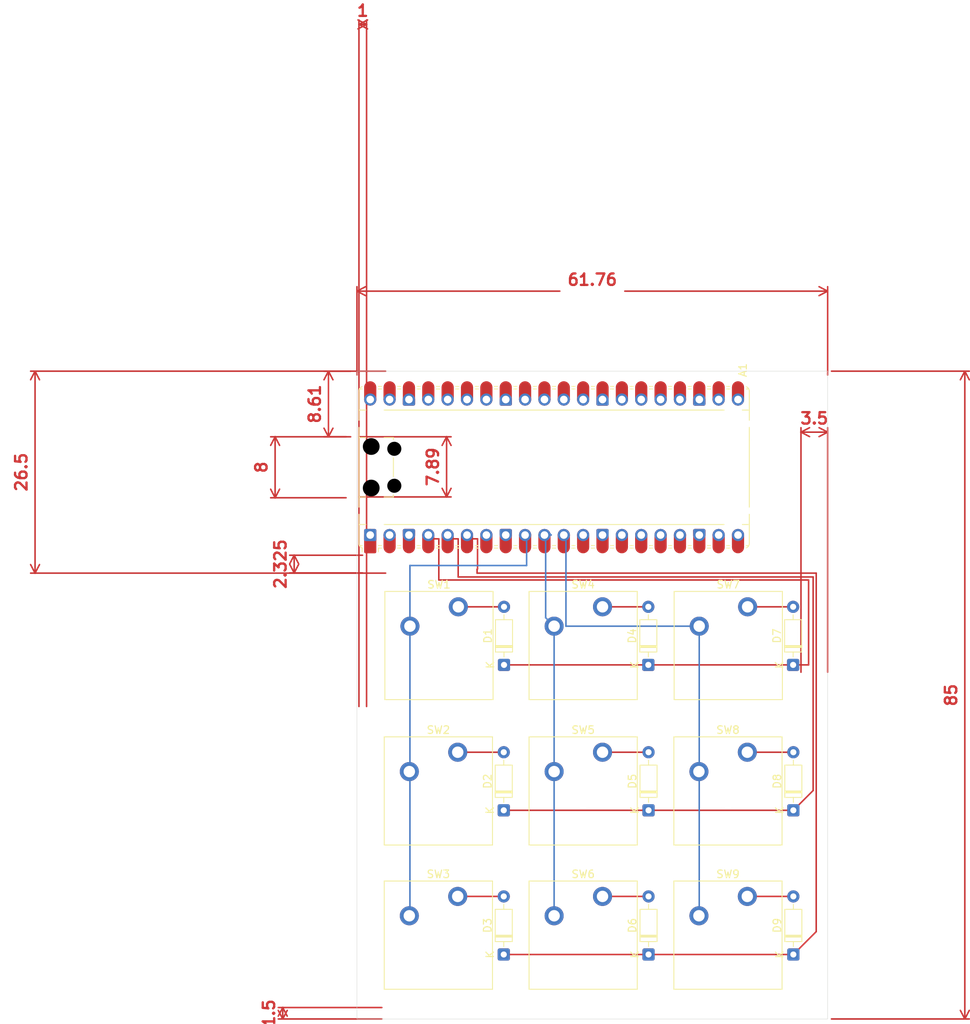
<source format=kicad_pcb>
(kicad_pcb (version 20241229) (generator "pcbnew") (generator_version "9.0")
  (layers (0 "F.Cu" signal) (2 "B.Cu" signal) (13 "F.Paste" user) (15 "B.Paste" user) (5 "F.SilkS" user "F.Silkscreen") (7 "B.SilkS" user "B.Silkscreen") (1 "F.Mask" user) (3 "B.Mask" user) (25 "Edge.Cuts" user))
  (net 0 "")
  (net 5 "Net-(A1-GND-Pad13)")
  (net 15 "Net-(A1-GPIO7)")
  (net 29 "Net-(D1-A)")
  (net 30 "Net-(D2-A)")
  (net 31 "Net-(D3-A)")
  (net 32 "Net-(D4-A)")
  (net 33 "Net-(D5-A)")
  (net 34 "Net-(D6-A)")
  (net 35 "Net-(D7-A)")
  (net 36 "Net-(D8-A)")
  (net 37 "Net-(D9-A)")
  (net 38 "Net-(A1-GPIO4)")
  (net 39 "Net-(A1-GPIO8)")
  (net 40 "Net-(A1-GPIO3)")
  (net 42 "Net-(A1-GPIO2)")
  (net 43 "Net-(A1-GPIO6)")
  (footprint "ScottoKeebs_MX:MX_PCB_1.00u" (layer "F.Cu") (at 122 65)
    (property "Reference" "SW1" (at 0 -8 0) (layer "F.SilkS"))
    (property "Value" "Switch")
    (pad "" np_thru_hole circle (at -5.08 0) (size 1.75 1.75) (drill 1.75) (layers "*.Cu" "*.Mask"))
    (pad "" np_thru_hole circle (at 0 0) (size 4 4) (drill 4) (layers "*.Cu" "*.Mask"))
    (pad "" np_thru_hole circle (at 5.08 0) (size 1.75 1.75) (drill 1.75) (layers "*.Cu" "*.Mask"))
    (pad "1" thru_hole circle (at -3.81 -2.54) (size 2.5 2.5) (drill 1.5) (layers "*.Cu" "*.Mask") (net 43 "Net-(A1-GPIO6)"))
    (pad "2" thru_hole circle (at 2.54 -5.08) (size 2.5 2.5) (drill 1.5) (layers "*.Cu" "*.Mask") (net 29 "Net-(D1-A)"))
  )
  (footprint "ScottoKeebs_MX:MX_PCB_1.00u" (layer "F.Cu") (at 159.92 103)
    (property "Reference" "SW9" (at 0 -8 0) (layer "F.SilkS"))
    (property "Value" "Switch")
    (pad "" np_thru_hole circle (at -5.08 0) (size 1.75 1.75) (drill 1.75) (layers "*.Cu" "*.Mask"))
    (pad "" np_thru_hole circle (at 0 0) (size 4 4) (drill 4) (layers "*.Cu" "*.Mask"))
    (pad "" np_thru_hole circle (at 5.08 0) (size 1.75 1.75) (drill 1.75) (layers "*.Cu" "*.Mask"))
    (pad "1" thru_hole circle (at -3.81 -2.54) (size 2.5 2.5) (drill 1.5) (layers "*.Cu" "*.Mask") (net 39 "Net-(A1-GPIO8)"))
    (pad "2" thru_hole circle (at 2.54 -5.08) (size 2.5 2.5) (drill 1.5) (layers "*.Cu" "*.Mask") (net 37 "Net-(D9-A)"))
  )
  (footprint "ScottoKeebs_MX:MX_PCB_1.00u" (layer "F.Cu") (at 140.92 103)
    (property "Reference" "SW6" (at 0 -8 0) (layer "F.SilkS"))
    (property "Value" "Switch")
    (pad "" np_thru_hole circle (at -5.08 0) (size 1.75 1.75) (drill 1.75) (layers "*.Cu" "*.Mask"))
    (pad "" np_thru_hole circle (at 0 0) (size 4 4) (drill 4) (layers "*.Cu" "*.Mask"))
    (pad "" np_thru_hole circle (at 5.08 0) (size 1.75 1.75) (drill 1.75) (layers "*.Cu" "*.Mask"))
    (pad "1" thru_hole circle (at -3.81 -2.54) (size 2.5 2.5) (drill 1.5) (layers "*.Cu" "*.Mask") (net 15 "Net-(A1-GPIO7)"))
    (pad "2" thru_hole circle (at 2.54 -5.08) (size 2.5 2.5) (drill 1.5) (layers "*.Cu" "*.Mask") (net 34 "Net-(D6-A)"))
  )
  (footprint "Diode_THT:D_DO-35_SOD27_P7.62mm_Horizontal" (layer "F.Cu") (at 149.5 105.54 90)
    (property "Reference" "D6" (at 3.81 -2.12 90) (layer "F.SilkS"))
    (property "Value" "1N4148")
    (fp_text user "K" (at 0 -1.8 90) (layer "F.SilkS"))
    (pad "1" thru_hole roundrect (at 0 0 90) (size 1.6 1.6) (drill 0.8) (layers "*.Cu" "*.Mask") (roundrect_rratio 0.15625) (net 38 "Net-(A1-GPIO4)"))
    (pad "2" thru_hole circle (at 7.62 0 90) (size 1.6 1.6) (drill 0.8) (layers "*.Cu" "*.Mask") (net 34 "Net-(D6-A)"))
  )
  (footprint "ScottoKeebs_MX:MX_PCB_1.00u" (layer "F.Cu") (at 159.92 84.08)
    (property "Reference" "SW8" (at 0 -8 0) (layer "F.SilkS"))
    (property "Value" "Switch")
    (pad "" np_thru_hole circle (at -5.08 0) (size 1.75 1.75) (drill 1.75) (layers "*.Cu" "*.Mask"))
    (pad "" np_thru_hole circle (at 0 0) (size 4 4) (drill 4) (layers "*.Cu" "*.Mask"))
    (pad "" np_thru_hole circle (at 5.08 0) (size 1.75 1.75) (drill 1.75) (layers "*.Cu" "*.Mask"))
    (pad "1" thru_hole circle (at -3.81 -2.54) (size 2.5 2.5) (drill 1.5) (layers "*.Cu" "*.Mask") (net 39 "Net-(A1-GPIO8)"))
    (pad "2" thru_hole circle (at 2.54 -5.08) (size 2.5 2.5) (drill 1.5) (layers "*.Cu" "*.Mask") (net 36 "Net-(D8-A)"))
  )
  (footprint "Diode_THT:D_DO-35_SOD27_P7.62mm_Horizontal" (layer "F.Cu") (at 149.470596 67.54 90)
    (property "Reference" "D4" (at 3.81 -2.12 90) (layer "F.SilkS"))
    (property "Value" "1N4148")
    (fp_text user "K" (at 0 -1.8 90) (layer "F.SilkS"))
    (pad "1" thru_hole roundrect (at 0 0 90) (size 1.6 1.6) (drill 0.8) (layers "*.Cu" "*.Mask") (roundrect_rratio 0.15625) (net 42 "Net-(A1-GPIO2)"))
    (pad "2" thru_hole circle (at 7.62 0 90) (size 1.6 1.6) (drill 0.8) (layers "*.Cu" "*.Mask") (net 32 "Net-(D4-A)"))
  )
  (footprint "Diode_THT:D_DO-35_SOD27_P7.62mm_Horizontal" (layer "F.Cu") (at 130.534693 67.54 90)
    (property "Reference" "D1" (at 3.81 -2.12 90) (layer "F.SilkS"))
    (property "Value" "1N4148")
    (fp_text user "K" (at 0 -1.8 90) (layer "F.SilkS"))
    (pad "1" thru_hole roundrect (at 0 0 90) (size 1.6 1.6) (drill 0.8) (layers "*.Cu" "*.Mask") (roundrect_rratio 0.15625) (net 42 "Net-(A1-GPIO2)"))
    (pad "2" thru_hole circle (at 7.62 0 90) (size 1.6 1.6) (drill 0.8) (layers "*.Cu" "*.Mask") (net 29 "Net-(D1-A)"))
  )
  (footprint "ScottoKeebs_MX:MX_PCB_1.00u" (layer "F.Cu") (at 140.92 84.08)
    (property "Reference" "SW5" (at 0 -8 0) (layer "F.SilkS"))
    (property "Value" "Switch")
    (pad "" np_thru_hole circle (at -5.08 0) (size 1.75 1.75) (drill 1.75) (layers "*.Cu" "*.Mask"))
    (pad "" np_thru_hole circle (at 0 0) (size 4 4) (drill 4) (layers "*.Cu" "*.Mask"))
    (pad "" np_thru_hole circle (at 5.08 0) (size 1.75 1.75) (drill 1.75) (layers "*.Cu" "*.Mask"))
    (pad "1" thru_hole circle (at -3.81 -2.54) (size 2.5 2.5) (drill 1.5) (layers "*.Cu" "*.Mask") (net 15 "Net-(A1-GPIO7)"))
    (pad "2" thru_hole circle (at 2.54 -5.08) (size 2.5 2.5) (drill 1.5) (layers "*.Cu" "*.Mask") (net 33 "Net-(D5-A)"))
  )
  (footprint "Module:RaspberryPi_Pico_Common_Unspecified" (layer "F.Cu") (at 137.11 41.61 90)
    (property "Reference" "A1" (at 11.7475 24.765 90) (layer "F.SilkS") (effects (justify left)))
    (property "Value" "RaspberryPi_Pico")
    (pad "" np_thru_hole circle (at -2.725 -24 90) (size 2.2 2.2) (drill 2.2) (layers "*.Mask"))
    (pad "" np_thru_hole circle (at -2.425 -20.97 90) (size 1.85 1.85) (drill 1.85) (layers "*.Mask"))
    (pad "" np_thru_hole circle (at 2.425 -20.97 90) (size 1.85 1.85) (drill 1.85) (layers "*.Mask"))
    (pad "" np_thru_hole circle (at 2.725 -24 90) (size 2.2 2.2) (drill 2.2) (layers "*.Mask"))
    (pad "1" smd custom (at -9.69 -24.13 90) (size 1.6 0.8) (layers "F.Cu" "F.Mask") (options (clearance outline) (anchor rect)) (primitives (gr_circle (center 0.8 0) (end 1.6 0) (width 0) (fill yes)) (gr_poly (pts (xy -1.6 -0.6) (xy -1.6 0.6) (xy -1.4 0.8) (xy 0.8 0.8) (xy 0.8 -0.8) (xy -1.4 -0.8)) (width 0) (fill yes)) (gr_circle (center -1.4 -0.6) (end -1.2 -0.6) (width 0) (fill yes)) (gr_circle (center -1.4 0.6) (end -1.2 0.6) (width 0) (fill yes))))
    (pad "1" thru_hole roundrect (at -8.89 -24.13 90) (size 1.6 1.6) (drill 1) (layers "*.Cu" "*.Mask") (roundrect_rratio 0.125))
    (pad "2" smd roundrect (at -9.69 -21.59 90) (size 3.2 1.6) (layers "F.Cu" "F.Mask") (roundrect_rratio 0.5))
    (pad "2" thru_hole circle (at -8.89 -21.59 90) (size 1.6 1.6) (drill 1) (layers "*.Cu" "*.Mask"))
    (pad "3" smd custom (at -9.69 -19.05 90) (size 1.6 0.8) (layers "F.Cu" "F.Mask") (net 5 "Net-(A1-GND-Pad13)") (options (clearance outline) (anchor rect)) (primitives (gr_circle (center -0.8 0) (end 0 0) (width 0) (fill yes)) (gr_poly (pts (xy 1.6 -0.6) (xy 1.6 0.6) (xy 1.4 0.8) (xy -0.8 0.8) (xy -0.8 -0.8) (xy 1.4 -0.8)) (width 0) (fill yes)) (gr_circle (center 1.4 -0.6) (end 1.6 -0.6) (width 0) (fill yes)) (gr_circle (center 1.4 0.6) (end 1.6 0.6) (width 0) (fill yes))))
    (pad "3" thru_hole custom (at -8.89 -19.05 90) (size 1.6 1.6) (drill 1) (layers "*.Cu" "*.Mask") (net 5 "Net-(A1-GND-Pad13)") (options (clearance outline) (anchor circle)) (primitives (gr_poly (pts (xy 0.8 0.6) (xy 0.8 -0.6) (xy 0.6 -0.8) (xy 0 -0.8) (xy 0 0.8) (xy 0.6 0.8)) (width 0) (fill yes)) (gr_circle (center 0.6 0.6) (end 0.8 0.6) (width 0) (fill yes)) (gr_circle (center 0.6 -0.6) (end 0.8 -0.6) (width 0) (fill yes))))
    (pad "4" smd roundrect (at -9.69 -16.51 90) (size 3.2 1.6) (layers "F.Cu" "F.Mask") (roundrect_rratio 0.5) (net 42 "Net-(A1-GPIO2)"))
    (pad "4" thru_hole circle (at -8.89 -16.51 90) (size 1.6 1.6) (drill 1) (layers "*.Cu" "*.Mask") (net 42 "Net-(A1-GPIO2)"))
    (pad "5" smd roundrect (at -9.69 -13.97 90) (size 3.2 1.6) (layers "F.Cu" "F.Mask") (roundrect_rratio 0.5) (net 40 "Net-(A1-GPIO3)"))
    (pad "5" thru_hole circle (at -8.89 -13.97 90) (size 1.6 1.6) (drill 1) (layers "*.Cu" "*.Mask") (net 40 "Net-(A1-GPIO3)"))
    (pad "6" smd roundrect (at -9.69 -11.43 90) (size 3.2 1.6) (layers "F.Cu" "F.Mask") (roundrect_rratio 0.5) (net 38 "Net-(A1-GPIO4)"))
    (pad "6" thru_hole circle (at -8.89 -11.43 90) (size 1.6 1.6) (drill 1) (layers "*.Cu" "*.Mask") (net 38 "Net-(A1-GPIO4)"))
    (pad "7" smd roundrect (at -9.69 -8.89 90) (size 3.2 1.6) (layers "F.Cu" "F.Mask") (roundrect_rratio 0.5))
    (pad "7" thru_hole circle (at -8.89 -8.89 90) (size 1.6 1.6) (drill 1) (layers "*.Cu" "*.Mask"))
    (pad "8" smd custom (at -9.69 -6.35 90) (size 1.6 0.8) (layers "F.Cu" "F.Mask") (net 5 "Net-(A1-GND-Pad13)") (options (clearance outline) (anchor rect)) (primitives (gr_circle (center -0.8 0) (end 0 0) (width 0) (fill yes)) (gr_poly (pts (xy 1.6 -0.6) (xy 1.6 0.6) (xy 1.4 0.8) (xy -0.8 0.8) (xy -0.8 -0.8) (xy 1.4 -0.8)) (width 0) (fill yes)) (gr_circle (center 1.4 -0.6) (end 1.6 -0.6) (width 0) (fill yes)) (gr_circle (center 1.4 0.6) (end 1.6 0.6) (width 0) (fill yes))))
    (pad "8" thru_hole custom (at -8.89 -6.35 90) (size 1.6 1.6) (drill 1) (layers "*.Cu" "*.Mask") (net 5 "Net-(A1-GND-Pad13)") (options (clearance outline) (anchor circle)) (primitives (gr_poly (pts (xy 0.8 0.6) (xy 0.8 -0.6) (xy 0.6 -0.8) (xy 0 -0.8) (xy 0 0.8) (xy 0.6 0.8)) (width 0) (fill yes)) (gr_circle (center 0.6 0.6) (end 0.8 0.6) (width 0) (fill yes)) (gr_circle (center 0.6 -0.6) (end 0.8 -0.6) (width 0) (fill yes))))
    (pad "9" smd roundrect (at -9.69 -3.81 90) (size 3.2 1.6) (layers "F.Cu" "F.Mask") (roundrect_rratio 0.5) (net 43 "Net-(A1-GPIO6)"))
    (pad "9" thru_hole circle (at -8.89 -3.81 90) (size 1.6 1.6) (drill 1) (layers "*.Cu" "*.Mask") (net 43 "Net-(A1-GPIO6)"))
    (pad "10" smd roundrect (at -9.69 -1.27 90) (size 3.2 1.6) (layers "F.Cu" "F.Mask") (roundrect_rratio 0.5) (net 15 "Net-(A1-GPIO7)"))
    (pad "10" thru_hole circle (at -8.89 -1.27 90) (size 1.6 1.6) (drill 1) (layers "*.Cu" "*.Mask") (net 15 "Net-(A1-GPIO7)"))
    (pad "11" smd roundrect (at -9.69 1.27 90) (size 3.2 1.6) (layers "F.Cu" "F.Mask") (roundrect_rratio 0.5) (net 39 "Net-(A1-GPIO8)"))
    (pad "11" thru_hole circle (at -8.89 1.27 90) (size 1.6 1.6) (drill 1) (layers "*.Cu" "*.Mask") (net 39 "Net-(A1-GPIO8)"))
    (pad "12" smd roundrect (at -9.69 3.81 90) (size 3.2 1.6) (layers "F.Cu" "F.Mask") (roundrect_rratio 0.5))
    (pad "12" thru_hole circle (at -8.89 3.81 90) (size 1.6 1.6) (drill 1) (layers "*.Cu" "*.Mask"))
    (pad "13" smd custom (at -9.69 6.35 90) (size 1.6 0.8) (layers "F.Cu" "F.Mask") (net 5 "Net-(A1-GND-Pad13)") (options (clearance outline) (anchor rect)) (primitives (gr_circle (center -0.8 0) (end 0 0) (width 0) (fill yes)) (gr_poly (pts (xy 1.6 -0.6) (xy 1.6 0.6) (xy 1.4 0.8) (xy -0.8 0.8) (xy -0.8 -0.8) (xy 1.4 -0.8)) (width 0) (fill yes)) (gr_circle (center 1.4 -0.6) (end 1.6 -0.6) (width 0) (fill yes)) (gr_circle (center 1.4 0.6) (end 1.6 0.6) (width 0) (fill yes))))
    (pad "13" thru_hole custom (at -8.89 6.35 90) (size 1.6 1.6) (drill 1) (layers "*.Cu" "*.Mask") (net 5 "Net-(A1-GND-Pad13)") (options (clearance outline) (anchor circle)) (primitives (gr_poly (pts (xy 0.8 0.6) (xy 0.8 -0.6) (xy 0.6 -0.8) (xy 0 -0.8) (xy 0 0.8) (xy 0.6 0.8)) (width 0) (fill yes)) (gr_circle (center 0.6 0.6) (end 0.8 0.6) (width 0) (fill yes)) (gr_circle (center 0.6 -0.6) (end 0.8 -0.6) (width 0) (fill yes))))
    (pad "14" smd roundrect (at -9.69 8.89 90) (size 3.2 1.6) (layers "F.Cu" "F.Mask") (roundrect_rratio 0.5))
    (pad "14" thru_hole circle (at -8.89 8.89 90) (size 1.6 1.6) (drill 1) (layers "*.Cu" "*.Mask"))
    (pad "15" smd roundrect (at -9.69 11.43 90) (size 3.2 1.6) (layers "F.Cu" "F.Mask") (roundrect_rratio 0.5))
    (pad "15" thru_hole circle (at -8.89 11.43 90) (size 1.6 1.6) (drill 1) (layers "*.Cu" "*.Mask"))
    (pad "16" smd roundrect (at -9.69 13.97 90) (size 3.2 1.6) (layers "F.Cu" "F.Mask") (roundrect_rratio 0.5))
    (pad "16" thru_hole circle (at -8.89 13.97 90) (size 1.6 1.6) (drill 1) (layers "*.Cu" "*.Mask"))
    (pad "17" smd roundrect (at -9.69 16.51 90) (size 3.2 1.6) (layers "F.Cu" "F.Mask") (roundrect_rratio 0.5))
    (pad "17" thru_hole circle (at -8.89 16.51 90) (size 1.6 1.6) (drill 1) (layers "*.Cu" "*.Mask"))
    (pad "18" smd custom (at -9.69 19.05 90) (size 1.6 0.8) (layers "F.Cu" "F.Mask") (net 5 "Net-(A1-GND-Pad13)") (options (clearance outline) (anchor rect)) (primitives (gr_circle (center -0.8 0) (end 0 0) (width 0) (fill yes)) (gr_poly (pts (xy 1.6 -0.6) (xy 1.6 0.6) (xy 1.4 0.8) (xy -0.8 0.8) (xy -0.8 -0.8) (xy 1.4 -0.8)) (width 0) (fill yes)) (gr_circle (center 1.4 -0.6) (end 1.6 -0.6) (width 0) (fill yes)) (gr_circle (center 1.4 0.6) (end 1.6 0.6) (width 0) (fill yes))))
    (pad "18" thru_hole custom (at -8.89 19.05 90) (size 1.6 1.6) (drill 1) (layers "*.Cu" "*.Mask") (net 5 "Net-(A1-GND-Pad13)") (options (clearance outline) (anchor circle)) (primitives (gr_poly (pts (xy 0.8 0.6) (xy 0.8 -0.6) (xy 0.6 -0.8) (xy 0 -0.8) (xy 0 0.8) (xy 0.6 0.8)) (width 0) (fill yes)) (gr_circle (center 0.6 0.6) (end 0.8 0.6) (width 0) (fill yes)) (gr_circle (center 0.6 -0.6) (end 0.8 -0.6) (width 0) (fill yes))))
    (pad "19" smd roundrect (at -9.69 21.59 90) (size 3.2 1.6) (layers "F.Cu" "F.Mask") (roundrect_rratio 0.5))
    (pad "19" thru_hole circle (at -8.89 21.59 90) (size 1.6 1.6) (drill 1) (layers "*.Cu" "*.Mask"))
    (pad "20" smd roundrect (at -9.69 24.13 90) (size 3.2 1.6) (layers "F.Cu" "F.Mask") (roundrect_rratio 0.5))
    (pad "20" thru_hole circle (at -8.89 24.13 90) (size 1.6 1.6) (drill 1) (layers "*.Cu" "*.Mask"))
    (pad "21" thru_hole circle (at 8.89 24.13 90) (size 1.6 1.6) (drill 1) (layers "*.Cu" "*.Mask"))
    (pad "21" smd roundrect (at 9.69 24.13 90) (size 3.2 1.6) (layers "F.Cu" "F.Mask") (roundrect_rratio 0.5))
    (pad "22" thru_hole circle (at 8.89 21.59 90) (size 1.6 1.6) (drill 1) (layers "*.Cu" "*.Mask"))
    (pad "22" smd roundrect (at 9.69 21.59 90) (size 3.2 1.6) (layers "F.Cu" "F.Mask") (roundrect_rratio 0.5))
    (pad "23" thru_hole custom (at 8.89 19.05 90) (size 1.6 1.6) (drill 1) (layers "*.Cu" "*.Mask") (net 5 "Net-(A1-GND-Pad13)") (options (clearance outline) (anchor circle)) (primitives (gr_poly (pts (xy -0.8 0.6) (xy -0.8 -0.6) (xy -0.6 -0.8) (xy 0 -0.8) (xy 0 0.8) (xy -0.6 0.8)) (width 0) (fill yes)) (gr_circle (center -0.6 0.6) (end -0.4 0.6) (width 0) (fill yes)) (gr_circle (center -0.6 -0.6) (end -0.4 -0.6) (width 0) (fill yes))))
    (pad "23" smd custom (at 9.69 19.05 90) (size 1.6 0.8) (layers "F.Cu" "F.Mask") (net 5 "Net-(A1-GND-Pad13)") (options (clearance outline) (anchor rect)) (primitives (gr_circle (center 0.8 0) (end 1.6 0) (width 0) (fill yes)) (gr_poly (pts (xy -1.6 -0.6) (xy -1.6 0.6) (xy -1.4 0.8) (xy 0.8 0.8) (xy 0.8 -0.8) (xy -1.4 -0.8)) (width 0) (fill yes)) (gr_circle (center -1.4 -0.6) (end -1.2 -0.6) (width 0) (fill yes)) (gr_circle (center -1.4 0.6) (end -1.2 0.6) (width 0) (fill yes))))
    (pad "24" thru_hole circle (at 8.89 16.51 90) (size 1.6 1.6) (drill 1) (layers "*.Cu" "*.Mask"))
    (pad "24" smd roundrect (at 9.69 16.51 90) (size 3.2 1.6) (layers "F.Cu" "F.Mask") (roundrect_rratio 0.5))
    (pad "25" thru_hole circle (at 8.89 13.97 90) (size 1.6 1.6) (drill 1) (layers "*.Cu" "*.Mask"))
    (pad "25" smd roundrect (at 9.69 13.97 90) (size 3.2 1.6) (layers "F.Cu" "F.Mask") (roundrect_rratio 0.5))
    (pad "26" thru_hole circle (at 8.89 11.43 90) (size 1.6 1.6) (drill 1) (layers "*.Cu" "*.Mask"))
    (pad "26" smd roundrect (at 9.69 11.43 90) (size 3.2 1.6) (layers "F.Cu" "F.Mask") (roundrect_rratio 0.5))
    (pad "27" thru_hole circle (at 8.89 8.89 90) (size 1.6 1.6) (drill 1) (layers "*.Cu" "*.Mask"))
    (pad "27" smd roundrect (at 9.69 8.89 90) (size 3.2 1.6) (layers "F.Cu" "F.Mask") (roundrect_rratio 0.5))
    (pad "28" thru_hole custom (at 8.89 6.35 90) (size 1.6 1.6) (drill 1) (layers "*.Cu" "*.Mask") (net 5 "Net-(A1-GND-Pad13)") (options (clearance outline) (anchor circle)) (primitives (gr_poly (pts (xy -0.8 0.6) (xy -0.8 -0.6) (xy -0.6 -0.8) (xy 0 -0.8) (xy 0 0.8) (xy -0.6 0.8)) (width 0) (fill yes)) (gr_circle (center -0.6 0.6) (end -0.4 0.6) (width 0) (fill yes)) (gr_circle (center -0.6 -0.6) (end -0.4 -0.6) (width 0) (fill yes))))
    (pad "28" smd custom (at 9.69 6.35 90) (size 1.6 0.8) (layers "F.Cu" "F.Mask") (net 5 "Net-(A1-GND-Pad13)") (options (clearance outline) (anchor rect)) (primitives (gr_circle (center 0.8 0) (end 1.6 0) (width 0) (fill yes)) (gr_poly (pts (xy -1.6 -0.6) (xy -1.6 0.6) (xy -1.4 0.8) (xy 0.8 0.8) (xy 0.8 -0.8) (xy -1.4 -0.8)) (width 0) (fill yes)) (gr_circle (center -1.4 -0.6) (end -1.2 -0.6) (width 0) (fill yes)) (gr_circle (center -1.4 0.6) (end -1.2 0.6) (width 0) (fill yes))))
    (pad "29" thru_hole circle (at 8.89 3.81 90) (size 1.6 1.6) (drill 1) (layers "*.Cu" "*.Mask"))
    (pad "29" smd roundrect (at 9.69 3.81 90) (size 3.2 1.6) (layers "F.Cu" "F.Mask") (roundrect_rratio 0.5))
    (pad "30" thru_hole circle (at 8.89 1.27 90) (size 1.6 1.6) (drill 1) (layers "*.Cu" "*.Mask"))
    (pad "30" smd roundrect (at 9.69 1.27 90) (size 3.2 1.6) (layers "F.Cu" "F.Mask") (roundrect_rratio 0.5))
    (pad "31" thru_hole circle (at 8.89 -1.27 90) (size 1.6 1.6) (drill 1) (layers "*.Cu" "*.Mask"))
    (pad "31" smd roundrect (at 9.69 -1.27 90) (size 3.2 1.6) (layers "F.Cu" "F.Mask") (roundrect_rratio 0.5))
    (pad "32" thru_hole circle (at 8.89 -3.81 90) (size 1.6 1.6) (drill 1) (layers "*.Cu" "*.Mask"))
    (pad "32" smd roundrect (at 9.69 -3.81 90) (size 3.2 1.6) (layers "F.Cu" "F.Mask") (roundrect_rratio 0.5))
    (pad "33" thru_hole custom (at 8.89 -6.35 90) (size 1.6 1.6) (drill 1) (layers "*.Cu" "*.Mask") (options (clearance outline) (anchor circle)) (primitives (gr_poly (pts (xy -0.8 0.6) (xy -0.8 -0.6) (xy -0.6 -0.8) (xy 0 -0.8) (xy 0 0.8) (xy -0.6 0.8)) (width 0) (fill yes)) (gr_circle (center -0.6 0.6) (end -0.4 0.6) (width 0) (fill yes)) (gr_circle (center -0.6 -0.6) (end -0.4 -0.6) (width 0) (fill yes))))
    (pad "33" smd custom (at 9.69 -6.35 90) (size 1.6 0.8) (layers "F.Cu" "F.Mask") (options (clearance outline) (anchor rect)) (primitives (gr_circle (center 0.8 0) (end 1.6 0) (width 0) (fill yes)) (gr_poly (pts (xy -1.6 -0.6) (xy -1.6 0.6) (xy -1.4 0.8) (xy 0.8 0.8) (xy 0.8 -0.8) (xy -1.4 -0.8)) (width 0) (fill yes)) (gr_circle (center -1.4 -0.6) (end -1.2 -0.6) (width 0) (fill yes)) (gr_circle (center -1.4 0.6) (end -1.2 0.6) (width 0) (fill yes))))
    (pad "34" thru_hole circle (at 8.89 -8.89 90) (size 1.6 1.6) (drill 1) (layers "*.Cu" "*.Mask"))
    (pad "34" smd roundrect (at 9.69 -8.89 90) (size 3.2 1.6) (layers "F.Cu" "F.Mask") (roundrect_rratio 0.5))
    (pad "35" thru_hole circle (at 8.89 -11.43 90) (size 1.6 1.6) (drill 1) (layers "*.Cu" "*.Mask"))
    (pad "35" smd roundrect (at 9.69 -11.43 90) (size 3.2 1.6) (layers "F.Cu" "F.Mask") (roundrect_rratio 0.5))
    (pad "36" thru_hole circle (at 8.89 -13.97 90) (size 1.6 1.6) (drill 1) (layers "*.Cu" "*.Mask"))
    (pad "36" smd roundrect (at 9.69 -13.97 90) (size 3.2 1.6) (layers "F.Cu" "F.Mask") (roundrect_rratio 0.5))
    (pad "37" thru_hole circle (at 8.89 -16.51 90) (size 1.6 1.6) (drill 1) (layers "*.Cu" "*.Mask"))
    (pad "37" smd roundrect (at 9.69 -16.51 90) (size 3.2 1.6) (layers "F.Cu" "F.Mask") (roundrect_rratio 0.5))
    (pad "38" thru_hole custom (at 8.89 -19.05 90) (size 1.6 1.6) (drill 1) (layers "*.Cu" "*.Mask") (net 5 "Net-(A1-GND-Pad13)") (options (clearance outline) (anchor circle)) (primitives (gr_poly (pts (xy -0.8 0.6) (xy -0.8 -0.6) (xy -0.6 -0.8) (xy 0 -0.8) (xy 0 0.8) (xy -0.6 0.8)) (width 0) (fill yes)) (gr_circle (center -0.6 0.6) (end -0.4 0.6) (width 0) (fill yes)) (gr_circle (center -0.6 -0.6) (end -0.4 -0.6) (width 0) (fill yes))))
    (pad "38" smd custom (at 9.69 -19.05 90) (size 1.6 0.8) (layers "F.Cu" "F.Mask") (net 5 "Net-(A1-GND-Pad13)") (options (clearance outline) (anchor rect)) (primitives (gr_circle (center 0.8 0) (end 1.6 0) (width 0) (fill yes)) (gr_poly (pts (xy -1.6 -0.6) (xy -1.6 0.6) (xy -1.4 0.8) (xy 0.8 0.8) (xy 0.8 -0.8) (xy -1.4 -0.8)) (width 0) (fill yes)) (gr_circle (center -1.4 -0.6) (end -1.2 -0.6) (width 0) (fill yes)) (gr_circle (center -1.4 0.6) (end -1.2 0.6) (width 0) (fill yes))))
    (pad "39" thru_hole circle (at 8.89 -21.59 90) (size 1.6 1.6) (drill 1) (layers "*.Cu" "*.Mask"))
    (pad "39" smd roundrect (at 9.69 -21.59 90) (size 3.2 1.6) (layers "F.Cu" "F.Mask") (roundrect_rratio 0.5))
    (pad "40" thru_hole circle (at 8.89 -24.13 90) (size 1.6 1.6) (drill 1) (layers "*.Cu" "*.Mask"))
    (pad "40" smd roundrect (at 9.69 -24.13 90) (size 3.2 1.6) (layers "F.Cu" "F.Mask") (roundrect_rratio 0.5))
  )
  (footprint "Diode_THT:D_DO-35_SOD27_P7.62mm_Horizontal" (layer "F.Cu") (at 130.5 105.54 90)
    (property "Reference" "D3" (at 3.81 -2.12 90) (layer "F.SilkS"))
    (property "Value" "1N4148")
    (fp_text user "K" (at 0 -1.8 90) (layer "F.SilkS"))
    (pad "1" thru_hole roundrect (at 0 0 90) (size 1.6 1.6) (drill 0.8) (layers "*.Cu" "*.Mask") (roundrect_rratio 0.15625) (net 38 "Net-(A1-GPIO4)"))
    (pad "2" thru_hole circle (at 7.62 0 90) (size 1.6 1.6) (drill 0.8) (layers "*.Cu" "*.Mask") (net 31 "Net-(D3-A)"))
  )
  (footprint "Diode_THT:D_DO-35_SOD27_P7.62mm_Horizontal" (layer "F.Cu") (at 130.5 86.62 90)
    (property "Reference" "D2" (at 3.81 -2.12 90) (layer "F.SilkS"))
    (property "Value" "1N4148")
    (fp_text user "K" (at 0 -1.8 90) (layer "F.SilkS"))
    (pad "1" thru_hole roundrect (at 0 0 90) (size 1.6 1.6) (drill 0.8) (layers "*.Cu" "*.Mask") (roundrect_rratio 0.15625) (net 40 "Net-(A1-GPIO3)"))
    (pad "2" thru_hole circle (at 7.62 0 90) (size 1.6 1.6) (drill 0.8) (layers "*.Cu" "*.Mask") (net 30 "Net-(D2-A)"))
  )
  (footprint "Diode_THT:D_DO-35_SOD27_P7.62mm_Horizontal" (layer "F.Cu") (at 149.5 86.62 90)
    (property "Reference" "D5" (at 3.81 -2.12 90) (layer "F.SilkS"))
    (property "Value" "1N4148")
    (fp_text user "K" (at 0 -1.8 90) (layer "F.SilkS"))
    (pad "1" thru_hole roundrect (at 0 0 90) (size 1.6 1.6) (drill 0.8) (layers "*.Cu" "*.Mask") (roundrect_rratio 0.15625) (net 40 "Net-(A1-GPIO3)"))
    (pad "2" thru_hole circle (at 7.62 0 90) (size 1.6 1.6) (drill 0.8) (layers "*.Cu" "*.Mask") (net 33 "Net-(D5-A)"))
  )
  (footprint "ScottoKeebs_MX:MX_PCB_1.00u" (layer "F.Cu") (at 159.96 65)
    (property "Reference" "SW7" (at 0 -8 0) (layer "F.SilkS"))
    (property "Value" "Switch")
    (pad "" np_thru_hole circle (at -5.08 0) (size 1.75 1.75) (drill 1.75) (layers "*.Cu" "*.Mask"))
    (pad "" np_thru_hole circle (at 0 0) (size 4 4) (drill 4) (layers "*.Cu" "*.Mask"))
    (pad "" np_thru_hole circle (at 5.08 0) (size 1.75 1.75) (drill 1.75) (layers "*.Cu" "*.Mask"))
    (pad "1" thru_hole circle (at -3.81 -2.54) (size 2.5 2.5) (drill 1.5) (layers "*.Cu" "*.Mask") (net 39 "Net-(A1-GPIO8)"))
    (pad "2" thru_hole circle (at 2.54 -5.08) (size 2.5 2.5) (drill 1.5) (layers "*.Cu" "*.Mask") (net 35 "Net-(D7-A)"))
  )
  (footprint "Diode_THT:D_DO-35_SOD27_P7.62mm_Horizontal" (layer "F.Cu") (at 168.5 105.54 90)
    (property "Reference" "D9" (at 3.81 -2.12 90) (layer "F.SilkS"))
    (property "Value" "1N4148")
    (fp_text user "K" (at 0 -1.8 90) (layer "F.SilkS"))
    (pad "1" thru_hole roundrect (at 0 0 90) (size 1.6 1.6) (drill 0.8) (layers "*.Cu" "*.Mask") (roundrect_rratio 0.15625) (net 38 "Net-(A1-GPIO4)"))
    (pad "2" thru_hole circle (at 7.62 0 90) (size 1.6 1.6) (drill 0.8) (layers "*.Cu" "*.Mask") (net 37 "Net-(D9-A)"))
  )
  (footprint "Diode_THT:D_DO-35_SOD27_P7.62mm_Horizontal" (layer "F.Cu") (at 168.470596 67.54 90)
    (property "Reference" "D7" (at 3.81 -2.12 90) (layer "F.SilkS"))
    (property "Value" "1N4148")
    (fp_text user "K" (at 0 -1.8 90) (layer "F.SilkS"))
    (pad "1" thru_hole roundrect (at 0 0 90) (size 1.6 1.6) (drill 0.8) (layers "*.Cu" "*.Mask") (roundrect_rratio 0.15625) (net 42 "Net-(A1-GPIO2)"))
    (pad "2" thru_hole circle (at 7.62 0 90) (size 1.6 1.6) (drill 0.8) (layers "*.Cu" "*.Mask") (net 35 "Net-(D7-A)"))
  )
  (footprint "ScottoKeebs_MX:MX_PCB_1.00u" (layer "F.Cu") (at 121.92 103)
    (property "Reference" "SW3" (at 0 -8 0) (layer "F.SilkS"))
    (property "Value" "Switch")
    (pad "" np_thru_hole circle (at -5.08 0) (size 1.75 1.75) (drill 1.75) (layers "*.Cu" "*.Mask"))
    (pad "" np_thru_hole circle (at 0 0) (size 4 4) (drill 4) (layers "*.Cu" "*.Mask"))
    (pad "" np_thru_hole circle (at 5.08 0) (size 1.75 1.75) (drill 1.75) (layers "*.Cu" "*.Mask"))
    (pad "1" thru_hole circle (at -3.81 -2.54) (size 2.5 2.5) (drill 1.5) (layers "*.Cu" "*.Mask") (net 43 "Net-(A1-GPIO6)"))
    (pad "2" thru_hole circle (at 2.54 -5.08) (size 2.5 2.5) (drill 1.5) (layers "*.Cu" "*.Mask") (net 31 "Net-(D3-A)"))
  )
  (footprint "ScottoKeebs_MX:MX_PCB_1.00u" (layer "F.Cu") (at 121.92 84.08)
    (property "Reference" "SW2" (at 0 -8 0) (layer "F.SilkS"))
    (property "Value" "Switch")
    (pad "" np_thru_hole circle (at -5.08 0) (size 1.75 1.75) (drill 1.75) (layers "*.Cu" "*.Mask"))
    (pad "" np_thru_hole circle (at 0 0) (size 4 4) (drill 4) (layers "*.Cu" "*.Mask"))
    (pad "" np_thru_hole circle (at 5.08 0) (size 1.75 1.75) (drill 1.75) (layers "*.Cu" "*.Mask"))
    (pad "1" thru_hole circle (at -3.81 -2.54) (size 2.5 2.5) (drill 1.5) (layers "*.Cu" "*.Mask") (net 43 "Net-(A1-GPIO6)"))
    (pad "2" thru_hole circle (at 2.54 -5.08) (size 2.5 2.5) (drill 1.5) (layers "*.Cu" "*.Mask") (net 30 "Net-(D2-A)"))
  )
  (footprint "ScottoKeebs_MX:MX_PCB_1.00u" (layer "F.Cu") (at 140.92 65)
    (property "Reference" "SW4" (at 0 -8 0) (layer "F.SilkS"))
    (property "Value" "Switch")
    (pad "" np_thru_hole circle (at -5.08 0) (size 1.75 1.75) (drill 1.75) (layers "*.Cu" "*.Mask"))
    (pad "" np_thru_hole circle (at 0 0) (size 4 4) (drill 4) (layers "*.Cu" "*.Mask"))
    (pad "" np_thru_hole circle (at 5.08 0) (size 1.75 1.75) (drill 1.75) (layers "*.Cu" "*.Mask"))
    (pad "1" thru_hole circle (at -3.81 -2.54) (size 2.5 2.5) (drill 1.5) (layers "*.Cu" "*.Mask") (net 15 "Net-(A1-GPIO7)"))
    (pad "2" thru_hole circle (at 2.54 -5.08) (size 2.5 2.5) (drill 1.5) (layers "*.Cu" "*.Mask") (net 32 "Net-(D4-A)"))
  )
  (footprint "Diode_THT:D_DO-35_SOD27_P7.62mm_Horizontal" (layer "F.Cu") (at 168.5 86.62 90)
    (property "Reference" "D8" (at 3.81 -2.12 90) (layer "F.SilkS"))
    (property "Value" "1N4148")
    (fp_text user "K" (at 0 -1.8 90) (layer "F.SilkS"))
    (pad "1" thru_hole roundrect (at 0 0 90) (size 1.6 1.6) (drill 0.8) (layers "*.Cu" "*.Mask") (roundrect_rratio 0.15625) (net 40 "Net-(A1-GPIO3)"))
    (pad "2" thru_hole circle (at 7.62 0 90) (size 1.6 1.6) (drill 0.8) (layers "*.Cu" "*.Mask") (net 36 "Net-(D8-A)"))
  )
  (gr_rect (start 111.24 29) (end 173 114) (stroke (width 0.05)) (fill no) (layer "Edge.Cuts"))
  (dimension (type orthogonal) (layer "F.Cu") (pts (xy 112.475 55.475) (xy 112.475 53.15)) (height -9.475) (orientation 1) (format (prefix "") (suffix "") (units 3) (units_format 0) (precision 4) (suppress_zeroes yes)) (style (thickness 0.2) (arrow_length 1.27) (text_position_mode 0) (arrow_direction outward) (extension_height 0.58642) (extension_offset 0.5) (keep_text_aligned yes)) (gr_text "2.325" (at 101.2 54.3125 90) (layer "F.Cu") (effects (font (size 1.5 1.5) (thickness 0.3)))))
  (dimension (type orthogonal) (layer "F.Cu") (pts (xy 173 29) (xy 173 114)) (height 18) (orientation 1) (format (prefix "") (suffix "") (units 3) (units_format 0) (precision 4) (suppress_zeroes yes)) (style (thickness 0.2) (arrow_length 1.27) (text_position_mode 0) (arrow_direction outward) (extension_height 0.58642) (extension_offset 0.5) (keep_text_aligned yes)) (gr_text "85" (at 189.2 71.5 90) (layer "F.Cu") (effects (font (size 1.5 1.5) (thickness 0.3)))))
  (dimension (type orthogonal) (layer "F.Cu") (pts (xy 115.5 55.5) (xy 115.5 29)) (height -46.5) (orientation 1) (format (prefix "") (suffix "") (units 3) (units_format 0) (precision 4) (suppress_zeroes yes)) (style (thickness 0.2) (arrow_length 1.27) (text_position_mode 0) (arrow_direction outward) (extension_height 0.58642) (extension_offset 0.5) (keep_text_aligned yes)) (gr_text "26.5" (at 67.2 42.25 90) (layer "F.Cu") (effects (font (size 1.5 1.5) (thickness 0.3)))))
  (dimension (type orthogonal) (layer "F.Cu") (pts (xy 112.5 73.5) (xy 111.5 73.5)) (height -90) (orientation 0) (format (prefix "") (suffix "") (units 3) (units_format 0) (precision 4) (suppress_zeroes yes)) (style (thickness 0.2) (arrow_length 1.27) (text_position_mode 0) (arrow_direction outward) (extension_height 0.58642) (extension_offset 0.5) (keep_text_aligned yes)) (gr_text "1" (at 112 -18.3 0) (layer "F.Cu") (effects (font (size 1.5 1.5) (thickness 0.3)))))
  (dimension (type orthogonal) (layer "F.Cu") (pts (xy 111 45.5) (xy 111 37.61)) (height 12) (orientation 1) (format (prefix "") (suffix "") (units 3) (units_format 0) (precision 4) (suppress_zeroes yes)) (style (thickness 0.2) (arrow_length 1.27) (text_position_mode 0) (arrow_direction outward) (extension_height 0.58642) (extension_offset 0.5) (keep_text_aligned yes)) (gr_text "7.89" (at 121.2 41.555 90) (layer "F.Cu") (effects (font (size 1.5 1.5) (thickness 0.3)))))
  (dimension (type orthogonal) (layer "F.Cu") (pts (xy 115 112.5) (xy 115 114)) (height -13.5) (orientation 1) (format (prefix "") (suffix "") (units 3) (units_format 0) (precision 4) (suppress_zeroes yes)) (style (thickness 0.2) (arrow_length 1.27) (text_position_mode 0) (arrow_direction outward) (extension_height 0.58642) (extension_offset 0.5) (keep_text_aligned yes)) (gr_text "1.5" (at 99.7 113.25 90) (layer "F.Cu") (effects (font (size 1.5 1.5) (thickness 0.3)))))
  (dimension (type orthogonal) (layer "F.Cu") (pts (xy 111.24 30) (xy 173 30)) (height -11.5) (orientation 0) (format (prefix "") (suffix "") (units 3) (units_format 0) (precision 4) (suppress_zeroes yes)) (style (thickness 0.2) (arrow_length 1.27) (text_position_mode 2) (arrow_direction outward) (extension_height 0.58642) (extension_offset 0.5) (keep_text_aligned yes)) (gr_text "61.76" (at 142.12 17 0) (layer "F.Cu") (effects (font (size 1.5 1.5) (thickness 0.3)))))
  (dimension (type orthogonal) (layer "F.Cu") (pts (xy 169.5 69) (xy 173 69)) (height -32) (orientation 0) (format (prefix "") (suffix "") (units 3) (units_format 0) (precision 4) (suppress_zeroes yes)) (style (thickness 0.2) (arrow_length 1.27) (text_position_mode 0) (arrow_direction outward) (extension_height 0.58642) (extension_offset 0.5) (keep_text_aligned yes)) (gr_text "3.5" (at 171.25 35.2 0) (layer "F.Cu") (effects (font (size 1.5 1.5) (thickness 0.3)))))
  (dimension (type orthogonal) (layer "F.Cu") (pts (xy 110.31 45.61) (xy 110.31 37.61)) (height -9.81) (orientation 1) (format (prefix "") (suffix "") (units 3) (units_format 0) (precision 4) (suppress_zeroes yes)) (style (thickness 0.2) (arrow_length 1.27) (text_position_mode 0) (arrow_direction outward) (extension_height 0.58642) (extension_offset 0.5) (keep_text_aligned yes)) (gr_text "8" (at 98.7 41.61 90) (layer "F.Cu") (effects (font (size 1.5 1.5) (thickness 0.3)))))
  (dimension (type orthogonal) (layer "F.Cu") (pts (xy 110.91 37.61) (xy 110.91 29)) (height -3.41) (orientation 1) (format (prefix "") (suffix "") (units 3) (units_format 0) (precision 4) (suppress_zeroes yes)) (style (thickness 0.2) (arrow_length 1.27) (text_position_mode 0) (arrow_direction outward) (extension_height 0.58642) (extension_offset 0.5) (keep_text_aligned yes)) (gr_text "8.61" (at 105.7 33.305 90) (layer "F.Cu") (effects (font (size 1.5 1.5) (thickness 0.3)))))
  (segment (start 136 50.34) (end 136.28 50.06) (width 0.2) (layer "B.Cu") (net 15))
  (segment (start 136.72 50.5) (end 135.84 50.5) (width 0.2) (layer "B.Cu") (net 15))
  (segment (start 137.11 62.46) (end 137.11 100.46) (width 0.2) (layer "B.Cu") (net 15))
  (segment (start 137.11 62.46) (end 136 61.35) (width 0.2) (layer "B.Cu") (net 15))
  (segment (start 136 61.35) (end 136 50.34) (width 0.2) (layer "B.Cu") (net 15))
  (segment (start 136.28 50.06) (end 136.72 50.5) (width 0.2) (layer "B.Cu") (net 15))
  (segment (start 124.54 59.92) (end 130.534693 59.92) (width 0.2) (layer "F.Cu") (net 29))
  (segment (start 130.5 79) (end 124.46 79) (width 0.2) (layer "F.Cu") (net 30))
  (segment (start 124.46 97.92) (end 130.5 97.92) (width 0.2) (layer "F.Cu") (net 31))
  (segment (start 143.46 59.92) (end 149.470596 59.92) (width 0.2) (layer "F.Cu") (net 32))
  (segment (start 143.46 79) (end 149.5 79) (width 0.2) (layer "F.Cu") (net 33))
  (segment (start 143.46 97.92) (end 149.5 97.92) (width 0.2) (layer "F.Cu") (net 34))
  (segment (start 162.5 59.92) (end 168.470596 59.92) (width 0.2) (layer "F.Cu") (net 35))
  (segment (start 162.46 79) (end 168.5 79) (width 0.2) (layer "F.Cu") (net 36))
  (segment (start 162.46 97.92) (end 168.5 97.92) (width 0.2) (layer "F.Cu") (net 37))
  (segment (start 130.5 105.54) (end 168.5 105.54) (width 0.2) (layer "F.Cu") (net 38))
  (segment (start 127.06 54.94) (end 127.06 51) (width 0.2) (layer "F.Cu") (net 38))
  (segment (start 127 55.5) (end 127 55) (width 0.2) (layer "F.Cu") (net 38))
  (segment (start 171.5 55.5) (end 127 55.5) (width 0.2) (layer "F.Cu") (net 38))
  (segment (start 168.5 105.54) (end 171.5 102.54) (width 0.2) (layer "F.Cu") (net 38))
  (segment (start 127.06 51) (end 126.18 51) (width 0.2) (layer "F.Cu") (net 38))
  (segment (start 126.18 51) (end 125.68 50.5) (width 0.2) (layer "F.Cu") (net 38))
  (segment (start 171.5 102.54) (end 171.5 55.5) (width 0.2) (layer "F.Cu") (net 38))
  (segment (start 127 55) (end 127.06 54.94) (width 0.2) (layer "F.Cu") (net 38))
  (segment (start 156.15 100.42) (end 156.11 100.46) (width 0.2) (layer "B.Cu") (net 39))
  (segment (start 138.661 62.46) (end 138.661 51) (width 0.2) (layer "B.Cu") (net 39))
  (segment (start 138.88 51) (end 138.38 50.5) (width 0.2) (layer "B.Cu") (net 39))
  (segment (start 138.661 51) (end 138.88 51) (width 0.2) (layer "B.Cu") (net 39))
  (segment (start 156.15 62.46) (end 156.15 100.42) (width 0.2) (layer "B.Cu") (net 39))
  (segment (start 156.15 62.46) (end 138.661 62.46) (width 0.2) (layer "B.Cu") (net 39))
  (segment (start 124.52 51) (end 123.64 51) (width 0.2) (layer "F.Cu") (net 40))
  (segment (start 171.099 56) (end 124.52 56) (width 0.2) (layer "F.Cu") (net 40))
  (segment (start 168.5 86.62) (end 171.099 84.021) (width 0.2) (layer "F.Cu") (net 40))
  (segment (start 171.099 84.021) (end 171.099 56) (width 0.2) (layer "F.Cu") (net 40))
  (segment (start 124.52 56) (end 124.52 51) (width 0.2) (layer "F.Cu") (net 40))
  (segment (start 130.5 86.62) (end 168.5 86.62) (width 0.2) (layer "F.Cu") (net 40))
  (segment (start 123.64 51) (end 123.14 50.5) (width 0.2) (layer "F.Cu") (net 40))
  (segment (start 121.98 56.401) (end 121.98 51) (width 0.2) (layer "F.Cu") (net 42))
  (segment (start 121.98 51) (end 121.1 51) (width 0.2) (layer "F.Cu") (net 42))
  (segment (start 170.5 56.401) (end 121.98 56.401) (width 0.2) (layer "F.Cu") (net 42))
  (segment (start 121.1 51) (end 120.6 50.5) (width 0.2) (layer "F.Cu") (net 42))
  (segment (start 130.534693 67.54) (end 168.470596 67.54) (width 0.2) (layer "F.Cu") (net 42))
  (segment (start 168.470596 67.54) (end 170.5 67.54) (width 0.2) (layer "F.Cu") (net 42))
  (segment (start 170.5 67.54) (end 170.5 56.401) (width 0.2) (layer "F.Cu") (net 42))
  (segment (start 118.19 62.46) (end 118.19 100.38) (width 0.2) (layer "B.Cu") (net 43))
  (segment (start 133.8 51) (end 133.3 50.5) (width 0.2) (layer "B.Cu") (net 43))
  (segment (start 133.5 54.5) (end 133.5 51) (width 0.2) (layer "B.Cu") (net 43))
  (segment (start 118.19 62.46) (end 118.19 54.5) (width 0.2) (layer "B.Cu") (net 43))
  (segment (start 118.19 100.38) (end 118.11 100.46) (width 0.2) (layer "B.Cu") (net 43))
  (segment (start 118.19 54.5) (end 133.5 54.5) (width 0.2) (layer "B.Cu") (net 43))
  (segment (start 133.5 51) (end 133.8 51) (width 0.2) (layer "B.Cu") (net 43))
)
</source>
